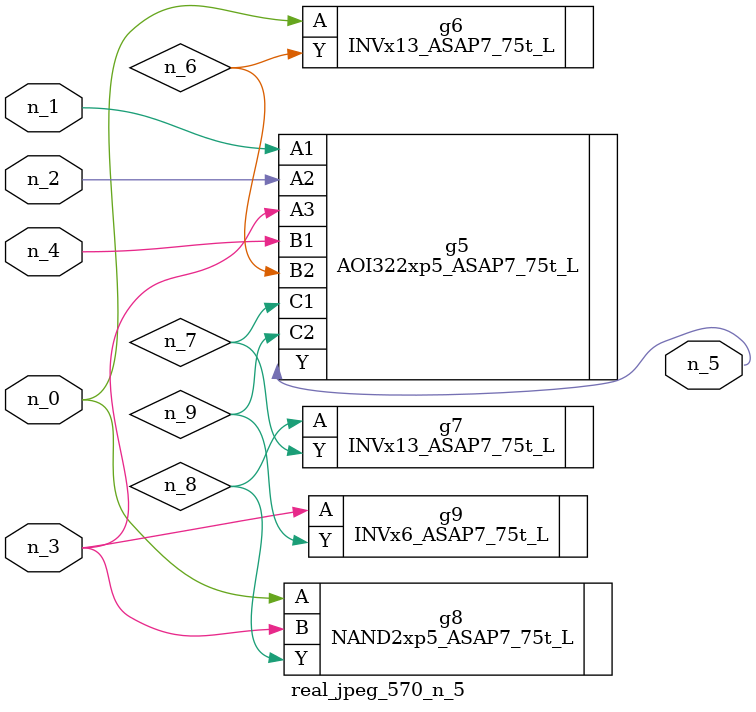
<source format=v>
module real_jpeg_570_n_5 (n_4, n_0, n_1, n_2, n_3, n_5);

input n_4;
input n_0;
input n_1;
input n_2;
input n_3;

output n_5;

wire n_8;
wire n_6;
wire n_7;
wire n_9;

INVx13_ASAP7_75t_L g6 ( 
.A(n_0),
.Y(n_6)
);

NAND2xp5_ASAP7_75t_L g8 ( 
.A(n_0),
.B(n_3),
.Y(n_8)
);

AOI322xp5_ASAP7_75t_L g5 ( 
.A1(n_1),
.A2(n_2),
.A3(n_3),
.B1(n_4),
.B2(n_6),
.C1(n_7),
.C2(n_9),
.Y(n_5)
);

INVx6_ASAP7_75t_L g9 ( 
.A(n_3),
.Y(n_9)
);

INVx13_ASAP7_75t_L g7 ( 
.A(n_8),
.Y(n_7)
);


endmodule
</source>
